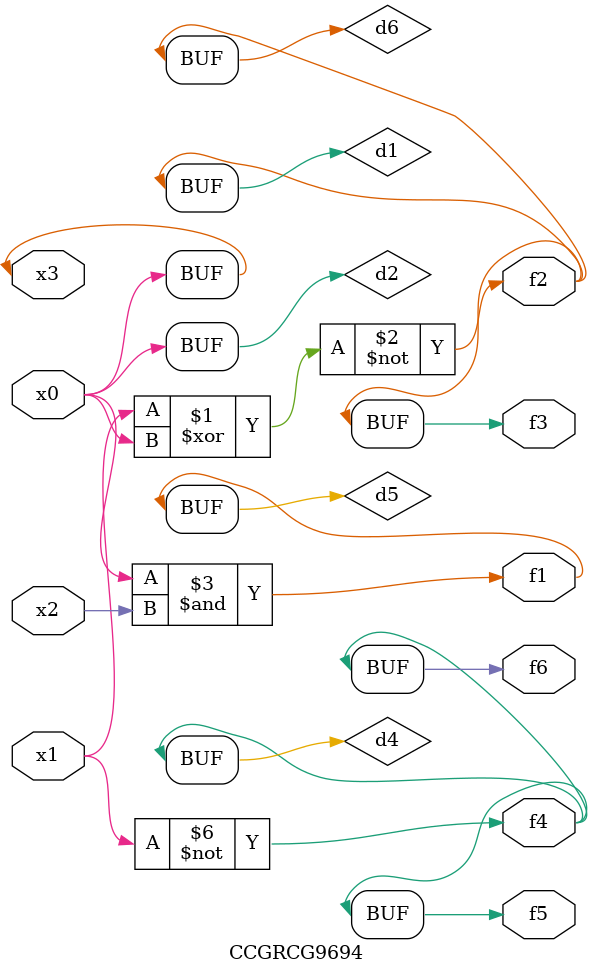
<source format=v>
module CCGRCG9694(
	input x0, x1, x2, x3,
	output f1, f2, f3, f4, f5, f6
);

	wire d1, d2, d3, d4, d5, d6;

	xnor (d1, x1, x3);
	buf (d2, x0, x3);
	nand (d3, x0, x2);
	not (d4, x1);
	nand (d5, d3);
	or (d6, d1);
	assign f1 = d5;
	assign f2 = d6;
	assign f3 = d6;
	assign f4 = d4;
	assign f5 = d4;
	assign f6 = d4;
endmodule

</source>
